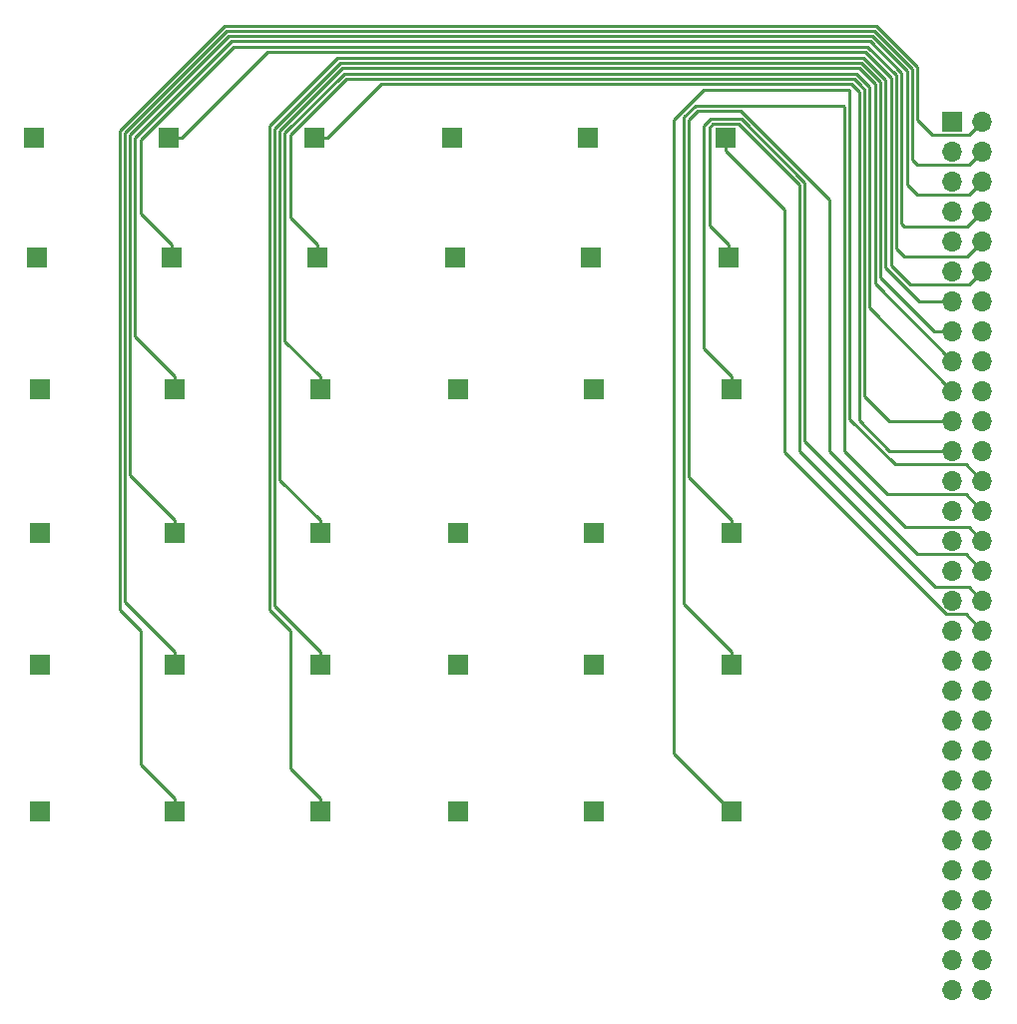
<source format=gbl>
G04 #@! TF.FileFunction,Copper,L2,Bot,Signal*
%FSLAX46Y46*%
G04 Gerber Fmt 4.6, Leading zero omitted, Abs format (unit mm)*
G04 Created by KiCad (PCBNEW 4.0.7) date 03/13/18 20:50:31*
%MOMM*%
%LPD*%
G01*
G04 APERTURE LIST*
%ADD10C,0.100000*%
%ADD11R,1.700000X1.700000*%
%ADD12O,1.700000X1.700000*%
%ADD13C,0.600000*%
%ADD14C,0.250000*%
G04 APERTURE END LIST*
D10*
D11*
X115951000Y-125857000D03*
X127381000Y-125857000D03*
X139700000Y-125857000D03*
X151384000Y-125857000D03*
X162941000Y-125857000D03*
X174625000Y-125857000D03*
X115951000Y-113411000D03*
X127381000Y-113411000D03*
X139700000Y-113411000D03*
X151384000Y-113411000D03*
X162941000Y-113411000D03*
X174625000Y-113411000D03*
X115951000Y-102235000D03*
X127381000Y-102235000D03*
X139700000Y-102235000D03*
X151384000Y-102235000D03*
X162941000Y-102235000D03*
X174625000Y-102235000D03*
X115951000Y-90043000D03*
X127381000Y-90043000D03*
X139700000Y-90043000D03*
X151384000Y-90043000D03*
X162941000Y-90043000D03*
X174625000Y-90043000D03*
X115697000Y-78867000D03*
X127127000Y-78867000D03*
X139446000Y-78867000D03*
X151130000Y-78867000D03*
X162687000Y-78867000D03*
X174371000Y-78867000D03*
X115443000Y-68707000D03*
X126873000Y-68707000D03*
X139192000Y-68707000D03*
X150876000Y-68707000D03*
X162433000Y-68707000D03*
X174117000Y-68707000D03*
X193350096Y-67288000D03*
D12*
X195890096Y-67288000D03*
X193350096Y-69828000D03*
X195890096Y-69828000D03*
X193350096Y-72368000D03*
X195890096Y-72368000D03*
X193350096Y-74908000D03*
X195890096Y-74908000D03*
X193350096Y-77448000D03*
X195890096Y-77448000D03*
X193350096Y-79988000D03*
X195890096Y-79988000D03*
X193350096Y-82528000D03*
X195890096Y-82528000D03*
X193350096Y-85068000D03*
X195890096Y-85068000D03*
X193350096Y-87608000D03*
X195890096Y-87608000D03*
X193350096Y-90148000D03*
X195890096Y-90148000D03*
X193350096Y-92688000D03*
X195890096Y-92688000D03*
X193350096Y-95228000D03*
X195890096Y-95228000D03*
X193350096Y-97768000D03*
X195890096Y-97768000D03*
X193350096Y-100308000D03*
X195890096Y-100308000D03*
X193350096Y-102848000D03*
X195890096Y-102848000D03*
X193350096Y-105388000D03*
X195890096Y-105388000D03*
X193350096Y-107928000D03*
X195890096Y-107928000D03*
X193350096Y-110468000D03*
X195890096Y-110468000D03*
X193350096Y-113008000D03*
X195890096Y-113008000D03*
X193350096Y-115548000D03*
X195890096Y-115548000D03*
X193350096Y-118088000D03*
X195890096Y-118088000D03*
X193350096Y-120628000D03*
X195890096Y-120628000D03*
X193350096Y-123168000D03*
X195890096Y-123168000D03*
X193350096Y-125708000D03*
X195890096Y-125708000D03*
X193350096Y-128248000D03*
X195890096Y-128248000D03*
X193350096Y-130788000D03*
X195890096Y-130788000D03*
X193350096Y-133328000D03*
X195890096Y-133328000D03*
X193350096Y-135868000D03*
X195890096Y-135868000D03*
X193350096Y-138408000D03*
X195890096Y-138408000D03*
X193350096Y-140948000D03*
X195890096Y-140948000D03*
D13*
X174625000Y-125857000D03*
D14*
X195890096Y-67288000D02*
X194715095Y-68463001D01*
X194715095Y-68463001D02*
X191653001Y-68463001D01*
X131589401Y-59159963D02*
X122659963Y-68089395D01*
X191653001Y-68463001D02*
X190370108Y-67180108D01*
X190370108Y-67180108D02*
X190370108Y-62642390D01*
X190370108Y-62642390D02*
X186887682Y-59159964D01*
X124460000Y-110490000D02*
X124460000Y-121836000D01*
X186887682Y-59159964D02*
X131589401Y-59159963D01*
X122659963Y-68089395D02*
X122659963Y-108689963D01*
X122659963Y-108689963D02*
X124460000Y-110490000D01*
X124460000Y-121836000D02*
X127381000Y-124757000D01*
X127381000Y-124757000D02*
X127381000Y-125857000D01*
X139700000Y-125857000D02*
X139700000Y-124757000D01*
X135359964Y-108689964D02*
X135359964Y-67708394D01*
X187670049Y-63760791D02*
X187670049Y-79720049D01*
X139700000Y-124757000D02*
X137160000Y-122217000D01*
X137160000Y-122217000D02*
X137160000Y-110490000D01*
X137160000Y-110490000D02*
X135359964Y-108689964D01*
X135359964Y-67708394D02*
X141184815Y-61883543D01*
X141184815Y-61883543D02*
X185792802Y-61883544D01*
X185792802Y-61883544D02*
X187670049Y-63760791D01*
X187670049Y-79720049D02*
X190478000Y-82528000D01*
X190478000Y-82528000D02*
X193350096Y-82528000D01*
X184600011Y-64583600D02*
X172267167Y-64583600D01*
X184600011Y-92523600D02*
X184600011Y-64583600D01*
X194525097Y-96403001D02*
X188479411Y-96403001D01*
X195890096Y-97768000D02*
X194525097Y-96403001D01*
X172267167Y-64583600D02*
X169729991Y-67120776D01*
X188479411Y-96403001D02*
X184600011Y-92523600D01*
X169729991Y-67120776D02*
X169729991Y-120961991D01*
X169729991Y-120961991D02*
X174625000Y-125857000D01*
X127381000Y-113411000D02*
X127381000Y-112311000D01*
X186701281Y-59609973D02*
X189920098Y-62828790D01*
X190383001Y-71003001D02*
X194715095Y-71003001D01*
X194715095Y-71003001D02*
X195890096Y-69828000D01*
X127381000Y-112311000D02*
X123109972Y-108039972D01*
X123109972Y-108039972D02*
X123109972Y-68275796D01*
X123109972Y-68275796D02*
X131775800Y-59609972D01*
X131775800Y-59609972D02*
X186701281Y-59609973D01*
X189920098Y-62828790D02*
X189920098Y-70540098D01*
X189920098Y-70540098D02*
X190383001Y-71003001D01*
X139700000Y-113411000D02*
X139700000Y-112311000D01*
X135809972Y-108420972D02*
X135809973Y-67894795D01*
X185606401Y-62333553D02*
X187220039Y-63947191D01*
X139700000Y-112311000D02*
X135809972Y-108420972D01*
X135809973Y-67894795D02*
X141371215Y-62333553D01*
X187220039Y-80540039D02*
X191748000Y-85068000D01*
X141371215Y-62333553D02*
X185606401Y-62333553D01*
X187220039Y-63947191D02*
X187220039Y-80540039D01*
X191748000Y-85068000D02*
X193350096Y-85068000D01*
X187843001Y-98943001D02*
X194525097Y-98943001D01*
X174625000Y-112311000D02*
X170549978Y-108235978D01*
X184150000Y-95250000D02*
X187843001Y-98943001D01*
X170549978Y-108235978D02*
X170549978Y-66937200D01*
X170549978Y-66937200D02*
X171527211Y-65959967D01*
X184069967Y-65959967D02*
X184150000Y-66040000D01*
X171527211Y-65959967D02*
X184069967Y-65959967D01*
X174625000Y-113411000D02*
X174625000Y-112311000D01*
X184150000Y-66040000D02*
X184150000Y-95250000D01*
X195890096Y-100308000D02*
X194525097Y-98943001D01*
X189470088Y-72630088D02*
X190383001Y-73543001D01*
X190383001Y-73543001D02*
X194715095Y-73543001D01*
X194715095Y-73543001D02*
X195890096Y-72368000D01*
X186514880Y-60059982D02*
X189470088Y-63015190D01*
X189470088Y-63015190D02*
X189470088Y-72630088D01*
X127381000Y-102235000D02*
X127381000Y-101135000D01*
X127381000Y-101135000D02*
X123559981Y-97313981D01*
X123559981Y-97313981D02*
X123559981Y-68462197D01*
X123559981Y-68462197D02*
X131962199Y-60059981D01*
X131962199Y-60059981D02*
X186514880Y-60059982D01*
X193350096Y-87608000D02*
X186770029Y-81027933D01*
X185420000Y-62783562D02*
X141557616Y-62783562D01*
X186770029Y-81027933D02*
X186770029Y-64133591D01*
X186770029Y-64133591D02*
X185420000Y-62783562D01*
X141557616Y-62783562D02*
X136259982Y-68081196D01*
X136259982Y-68081196D02*
X136259982Y-97694982D01*
X136259982Y-97694982D02*
X139700000Y-101135000D01*
X139700000Y-101135000D02*
X139700000Y-102235000D01*
X175377802Y-66409978D02*
X171713611Y-66409978D01*
X182880000Y-73912176D02*
X175377802Y-66409978D01*
X170999989Y-67123600D02*
X170999989Y-97509989D01*
X189302999Y-101672999D02*
X182880000Y-95250000D01*
X174625000Y-101135000D02*
X174625000Y-102235000D01*
X195890096Y-102848000D02*
X194715095Y-101672999D01*
X194715095Y-101672999D02*
X189302999Y-101672999D01*
X182880000Y-95250000D02*
X182880000Y-73912176D01*
X170999989Y-97509989D02*
X174625000Y-101135000D01*
X171713611Y-66409978D02*
X170999989Y-67123600D01*
X127381000Y-90043000D02*
X127381000Y-88943000D01*
X127381000Y-88943000D02*
X124009990Y-85571990D01*
X124009990Y-85571990D02*
X124009990Y-68648598D01*
X124009990Y-68648598D02*
X132148598Y-60509990D01*
X132148598Y-60509990D02*
X186328479Y-60509991D01*
X186328479Y-60509991D02*
X189020078Y-63201590D01*
X189230000Y-76200000D02*
X194598096Y-76200000D01*
X189020078Y-63201590D02*
X189020078Y-75990078D01*
X189020078Y-75990078D02*
X189230000Y-76200000D01*
X194598096Y-76200000D02*
X195890096Y-74908000D01*
X139700000Y-90043000D02*
X139700000Y-88943000D01*
X139700000Y-88943000D02*
X136709991Y-85952991D01*
X136709991Y-85952991D02*
X136709991Y-68267597D01*
X186320019Y-64394378D02*
X186320019Y-83117923D01*
X136709991Y-68267597D02*
X141744016Y-63233572D01*
X141744016Y-63233572D02*
X185159211Y-63233572D01*
X185159211Y-63233572D02*
X186320019Y-64394378D01*
X186320019Y-83117923D02*
X193350096Y-90148000D01*
X172269989Y-86587989D02*
X174625000Y-88943000D01*
X172269989Y-67632598D02*
X172269989Y-86587989D01*
X172820599Y-67081988D02*
X172269989Y-67632598D01*
X175413401Y-67081988D02*
X172820599Y-67081988D01*
X180790011Y-72458598D02*
X175413401Y-67081988D01*
X195890096Y-105388000D02*
X194525097Y-104023001D01*
X180790011Y-94430011D02*
X180790011Y-72458598D01*
X190383001Y-104023001D02*
X180790011Y-94430011D01*
X194525097Y-104023001D02*
X190383001Y-104023001D01*
X174625000Y-88943000D02*
X174625000Y-90043000D01*
X127127000Y-78867000D02*
X127127000Y-77767000D01*
X127127000Y-77767000D02*
X124460000Y-75100000D01*
X124460000Y-75100000D02*
X124460000Y-68834998D01*
X124460000Y-68834998D02*
X132334998Y-60960000D01*
X132334998Y-60960000D02*
X186142078Y-60960000D01*
X188570069Y-78080069D02*
X189230000Y-78740000D01*
X186142078Y-60960000D02*
X188570069Y-63387991D01*
X194598096Y-78740000D02*
X195890096Y-77448000D01*
X188570069Y-63387991D02*
X188570069Y-78080069D01*
X189230000Y-78740000D02*
X194598096Y-78740000D01*
X185870010Y-90620010D02*
X187938000Y-92688000D01*
X187938000Y-92688000D02*
X193350096Y-92688000D01*
X185500030Y-64213620D02*
X185870010Y-64583600D01*
X185870010Y-64583600D02*
X185870010Y-90620010D01*
X137160000Y-75481000D02*
X137160000Y-68453998D01*
X137160000Y-68453998D02*
X141930418Y-63683580D01*
X185500030Y-64210799D02*
X185500030Y-64213620D01*
X141930418Y-63683580D02*
X184972812Y-63683581D01*
X184972812Y-63683581D02*
X185500030Y-64210799D01*
X139446000Y-78867000D02*
X139446000Y-77767000D01*
X139446000Y-77767000D02*
X137160000Y-75481000D01*
X172720000Y-67818998D02*
X172720000Y-76116000D01*
X172720000Y-76116000D02*
X174371000Y-77767000D01*
X174371000Y-77767000D02*
X174371000Y-78867000D01*
X173006999Y-67531999D02*
X172720000Y-67818998D01*
X180340000Y-95250000D02*
X180340000Y-72644998D01*
X175227001Y-67531999D02*
X173006999Y-67531999D01*
X180340000Y-72644998D02*
X175227001Y-67531999D01*
X191842999Y-106752999D02*
X180340000Y-95250000D01*
X195890096Y-107928000D02*
X194715095Y-106752999D01*
X194715095Y-106752999D02*
X191842999Y-106752999D01*
X126873000Y-68707000D02*
X127973000Y-68707000D01*
X188120059Y-63574391D02*
X188120059Y-79533649D01*
X188120059Y-79533649D02*
X189749411Y-81163001D01*
X127973000Y-68707000D02*
X135246465Y-61433535D01*
X194715095Y-81163001D02*
X195890096Y-79988000D01*
X135246465Y-61433535D02*
X185979203Y-61433535D01*
X185979203Y-61433535D02*
X188120059Y-63574391D01*
X189749411Y-81163001D02*
X194715095Y-81163001D01*
X185050021Y-64400021D02*
X185420000Y-64770000D01*
X184786411Y-64133590D02*
X185050021Y-64397200D01*
X185050021Y-64397200D02*
X185050021Y-64400021D01*
X185420000Y-92666001D02*
X185420000Y-64770000D01*
X187981999Y-95228000D02*
X185420000Y-92666001D01*
X193350096Y-95228000D02*
X187981999Y-95228000D01*
X139192000Y-68707000D02*
X140292000Y-68707000D01*
X140292000Y-68707000D02*
X144865410Y-64133590D01*
X144865410Y-64133590D02*
X184786411Y-64133590D01*
X179070000Y-95386906D02*
X179070000Y-74760000D01*
X179070000Y-74760000D02*
X174117000Y-69807000D01*
X174117000Y-69807000D02*
X174117000Y-68707000D01*
X195890096Y-110468000D02*
X194525097Y-109103001D01*
X192786095Y-109103001D02*
X179070000Y-95386906D01*
X194525097Y-109103001D02*
X192786095Y-109103001D01*
M02*

</source>
